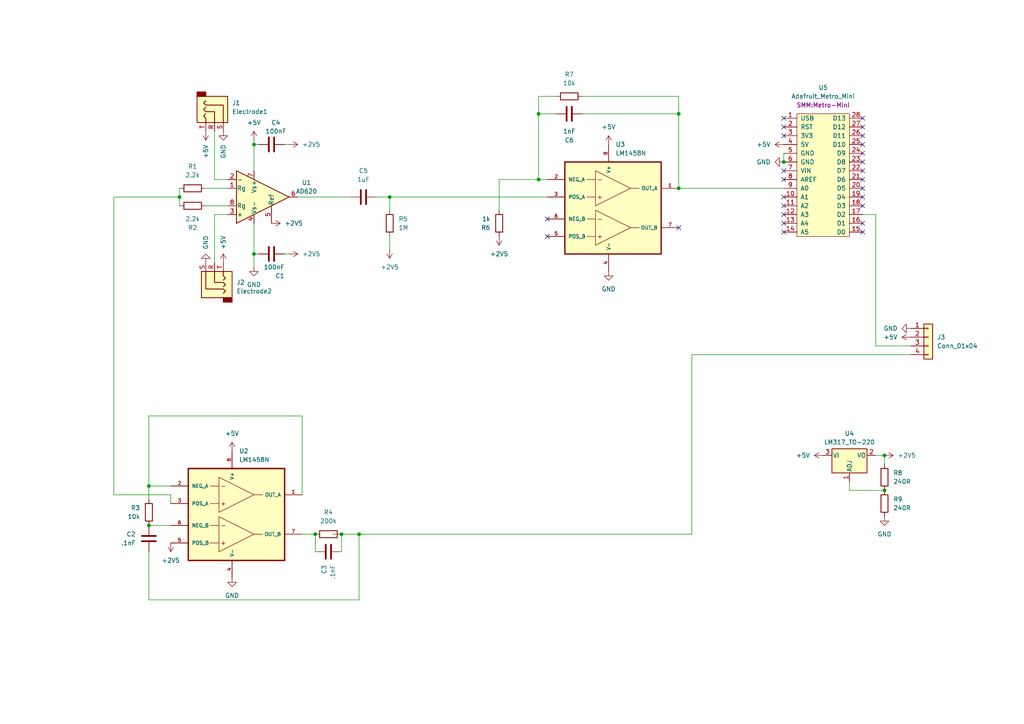
<source format=kicad_sch>
(kicad_sch (version 20230121) (generator eeschema)
  (paper "A4")
  (title_block (title "MyoWand Amplifier") (date "2024-01-08") (rev "0") (company "Science Museum of Minnesota") (comment 1 "Kate Swanson") (comment 2 "   features necessary for a final version (ESD protection, power supply filtering, etc)") (comment 3 "This design is intended for prototype use only! It does not include several "))
  (lib_symbols
    (symbol "Amplifier_Instrumentation:AD620" (pin_names (offset 0.127))
      (property "Reference" "U" (at 3.81 7.62 0))
      (property "Value" "AD620" (at 5.08 5.08 0))
      (symbol "AD620_0_1"
        (polyline (pts (xy -7.62 7.62) (xy -7.62 -7.62) (xy 7.62 0) (xy -7.62 7.62)) (stroke (width 0.254)) (fill (type background)))
      )
      (symbol "AD620_1_1"
        (pin passive line (at -10.16 2.54 0) (length 2.54) (name "Rg") (number "1"))
        (pin input line (at -10.16 5.08 0) (length 2.54) (name "-") (number "2"))
        (pin input line (at -10.16 -5.08 0) (length 2.54) (name "+") (number "3"))
        (pin power_in line (at -2.54 -7.62 90) (length 2.54) (name "Vs-") (number "4"))
        (pin passive line (at 2.54 -7.62 90) (length 5.08) (name "Ref") (number "5"))
        (pin output line (at 10.16 0 180) (length 2.54) (name "~") (number "6"))
        (pin power_in line (at -2.54 7.62 270) (length 2.54) (name "Vs+") (number "7"))
        (pin passive line (at -10.16 -2.54 0) (length 2.54) (name "Rg") (number "8"))
      )
    )
    (symbol "Connector_Audio:AudioJack3"
      (property "Reference" "J" (at 0 8.89 0))
      (property "Value" "AudioJack3" (at 0 6.35 0))
      (symbol "AudioJack3_0_1"
        (rectangle (start -5.08 -5.08) (end -6.35 -2.54) (stroke (width 0.254)) (fill (type outline)))
        (polyline (pts (xy 0 -2.54) (xy 0.635 -3.175) (xy 1.27 -2.54) (xy 2.54 -2.54)) (stroke (width 0.254)))
        (polyline (pts (xy -1.905 -2.54) (xy -1.27 -3.175) (xy -0.635 -2.54) (xy -0.635 0) (xy 2.54 0)) (stroke (width 0.254)))
        (polyline (pts (xy 2.54 2.54) (xy -2.54 2.54) (xy -2.54 -2.54) (xy -3.175 -3.175) (xy -3.81 -2.54)) (stroke (width 0.254)))
        (rectangle (start 2.54 3.81) (end -5.08 -5.08) (stroke (width 0.254)) (fill (type background)))
      )
      (symbol "AudioJack3_1_1"
        (pin passive line (at 5.08 0 180) (length 2.54) (name "~") (number "R"))
        (pin passive line (at 5.08 2.54 180) (length 2.54) (name "~") (number "S"))
        (pin passive line (at 5.08 -2.54 180) (length 2.54) (name "~") (number "T"))
      )
    )
    (symbol "Connector_Generic:Conn_01x04" (pin_names (offset 1.016) hide)
      (property "Reference" "J" (at 0 5.08 0))
      (property "Value" "Conn_01x04" (at 0 -7.62 0))
      (symbol "Conn_01x04_1_1"
        (rectangle (start -1.27 -4.953) (end 0 -5.207) (stroke (width 0.1524)))
        (rectangle (start -1.27 -2.413) (end 0 -2.667) (stroke (width 0.1524)))
        (rectangle (start -1.27 0.127) (end 0 -0.127) (stroke (width 0.1524)))
        (rectangle (start -1.27 2.667) (end 0 2.413) (stroke (width 0.1524)))
        (rectangle (start -1.27 3.81) (end 1.27 -6.35) (stroke (width 0.254)) (fill (type background)))
        (pin passive line (at -5.08 2.54 0) (length 3.81) (name "Pin_1") (number "1"))
        (pin passive line (at -5.08 0 0) (length 3.81) (name "Pin_2") (number "2"))
        (pin passive line (at -5.08 -2.54 0) (length 3.81) (name "Pin_3") (number "3"))
        (pin passive line (at -5.08 -5.08 0) (length 3.81) (name "Pin_4") (number "4"))
      )
    )
    (symbol "Device:C" (pin_numbers hide) (pin_names (offset 0.254))
      (property "Reference" "C" (at 0.635 2.54 0))
      (property "Value" "C" (at 0.635 -2.54 0))
      (symbol "C_0_1"
        (polyline (pts (xy -2.032 -0.762) (xy 2.032 -0.762)) (stroke (width 0.508)))
        (polyline (pts (xy -2.032 0.762) (xy 2.032 0.762)) (stroke (width 0.508)))
      )
      (symbol "C_1_1"
        (pin passive line (at 0 3.81 270) (length 2.794) (name "~") (number "1"))
        (pin passive line (at 0 -3.81 90) (length 2.794) (name "~") (number "2"))
      )
    )
    (symbol "Device:R" (pin_numbers hide) (pin_names (offset 0))
      (property "Reference" "R" (at 2.032 0 90))
      (property "Value" "R" (at 0 0 90))
      (symbol "R_0_1"
        (rectangle (start -1.016 -2.54) (end 1.016 2.54) (stroke (width 0.254)))
      )
      (symbol "R_1_1"
        (pin passive line (at 0 3.81 270) (length 1.27) (name "~") (number "1"))
        (pin passive line (at 0 -3.81 90) (length 1.27) (name "~") (number "2"))
      )
    )
    (symbol "LM1458N:LM1458N" (pin_names (offset 1.016))
      (property "Reference" "U" (at -12.7 15.24 0))
      (property "Value" "LM1458N" (at -12.7 -16.7 0))
      (symbol "LM1458N_0_0"
        (rectangle (start -12.7 13.97) (end 15.24 -12.7) (stroke (width 0.41)) (fill (type background)))
        (pin output line (at 20.32 6.35 180) (length 5.08) (name "OUT_A") (number "1"))
        (pin input line (at -17.78 8.89 0) (length 5.08) (name "NEG_A") (number "2"))
        (pin input line (at -17.78 3.81 0) (length 5.08) (name "POS_A") (number "3"))
        (pin power_in line (at 0 -17.78 90) (length 5.08) (name "V-") (number "4"))
        (pin input line (at -17.78 -7.62 0) (length 5.08) (name "POS_B") (number "5"))
        (pin input line (at -17.78 -2.54 0) (length 5.08) (name "NEG_B") (number "6"))
        (pin output line (at 20.32 -5.08 180) (length 5.08) (name "OUT_B") (number "7"))
        (pin power_in line (at 0 19.05 270) (length 5.08) (name "V+") (number "8"))
      )
      (symbol "LM1458N_0_1"
        (polyline (pts (xy -6.35 -7.62) (xy -3.81 -7.62)))
        (polyline (pts (xy -6.35 -2.54) (xy -3.81 -2.54)))
        (polyline (pts (xy -3.81 3.81) (xy -6.35 3.81)))
        (polyline (pts (xy -3.81 8.89) (xy -6.35 8.89)))
        (polyline (pts (xy 6.35 -5.08) (xy 8.89 -5.08)))
        (polyline (pts (xy 6.35 6.35) (xy 8.89 6.35)))
        (polyline (pts (xy -3.81 0) (xy -3.81 -10.16) (xy 6.35 -5.08) (xy -3.81 0)))
        (polyline (pts (xy -3.81 11.43) (xy -3.81 1.27) (xy 6.35 6.35) (xy -3.81 11.43)))
      )
      (symbol "LM1458N_1_1"
        (text "+" (at -2.54 -7.62 0) (effects (font (size 1.27 1.27))))
        (text "+" (at -2.54 3.81 0) (effects (font (size 1.27 1.27))))
        (text "-" (at -2.54 -2.54 0) (effects (font (size 1.27 1.27))))
        (text "-" (at -2.54 8.89 0) (effects (font (size 1.27 1.27))))
      )
    )
    (symbol "Regulator_Linear:LM317_TO-220" (pin_names (offset 0.254))
      (property "Reference" "U" (at -3.81 3.175 0))
      (property "Value" "LM317_TO-220" (at 0 3.175 0))
      (symbol "LM317_TO-220_0_1"
        (rectangle (start -5.08 1.905) (end 5.08 -5.08) (stroke (width 0.254)) (fill (type background)))
      )
      (symbol "LM317_TO-220_1_1"
        (pin input line (at 0 -7.62 90) (length 2.54) (name "ADJ") (number "1"))
        (pin power_out line (at 7.62 0 180) (length 2.54) (name "VO") (number "2"))
        (pin power_in line (at -7.62 0 0) (length 2.54) (name "VI") (number "3"))
      )
    )
    (symbol "SMM:Adafruit_Metro_Mini" (pin_names (offset 1.016))
      (property "Reference" "U" (at 0 0 0))
      (property "Value" "Adafruit_Metro_Mini" (at 0 16.51 90))
      (property "Footprint" "SMM:Metro-Mini" (at 0 38.1 0))
      (symbol "Adafruit_Metro_Mini_0_1"
        (rectangle (start -7.62 1.27) (end 7.62 36.83) (fill (type background)))
      )
      (symbol "Adafruit_Metro_Mini_1_1"
        (pin bidirectional line (at -11.43 35.56 0) (length 3.81) (name "USB") (number "1"))
        (pin bidirectional line (at -11.43 12.7 0) (length 3.81) (name "A1") (number "10"))
        (pin bidirectional line (at -11.43 10.16 0) (length 3.81) (name "A2") (number "11"))
        (pin bidirectional line (at -11.43 7.62 0) (length 3.81) (name "A3") (number "12"))
        (pin bidirectional line (at -11.43 5.08 0) (length 3.81) (name "A4") (number "13"))
        (pin bidirectional line (at -11.43 2.54 0) (length 3.81) (name "A5") (number "14"))
        (pin bidirectional line (at 11.43 2.54 180) (length 3.81) (name "D0") (number "15"))
        (pin bidirectional line (at 11.43 5.08 180) (length 3.81) (name "D1") (number "16"))
        (pin bidirectional line (at 11.43 7.62 180) (length 3.81) (name "D2") (number "17"))
        (pin bidirectional line (at 11.43 10.16 180) (length 3.81) (name "D3") (number "18"))
        (pin bidirectional line (at 11.43 12.7 180) (length 3.81) (name "D4") (number "19"))
        (pin bidirectional line (at -11.43 33.02 0) (length 3.81) (name "RST") (number "2"))
        (pin bidirectional line (at 11.43 15.24 180) (length 3.81) (name "D5") (number "20"))
        (pin bidirectional line (at 11.43 17.78 180) (length 3.81) (name "D6") (number "21"))
        (pin bidirectional line (at 11.43 20.32 180) (length 3.81) (name "D7") (number "22"))
        (pin bidirectional line (at 11.43 22.86 180) (length 3.81) (name "D8") (number "23"))
        (pin bidirectional line (at 11.43 25.4 180) (length 3.81) (name "D9") (number "24"))
        (pin bidirectional line (at 11.43 27.94 180) (length 3.81) (name "D10") (number "25"))
        (pin bidirectional line (at 11.43 30.48 180) (length 3.81) (name "D11") (number "26"))
        (pin bidirectional line (at 11.43 33.02 180) (length 3.81) (name "D12") (number "27"))
        (pin bidirectional line (at 11.43 35.56 180) (length 3.81) (name "D13") (number "28"))
        (pin power_out line (at -11.43 30.48 0) (length 3.81) (name "3V3") (number "3"))
        (pin power_out line (at -11.43 27.94 0) (length 3.81) (name "5V") (number "4"))
        (pin power_out line (at -11.43 25.4 0) (length 3.81) (name "GND") (number "5"))
        (pin power_out line (at -11.43 22.86 0) (length 3.81) (name "GND") (number "6"))
        (pin power_in line (at -11.43 20.32 0) (length 3.81) (name "VIN") (number "7"))
        (pin input line (at -11.43 17.78 0) (length 3.81) (name "AREF") (number "8"))
        (pin bidirectional line (at -11.43 15.24 0) (length 3.81) (name "A0") (number "9"))
      )
    )
    (symbol "power:+2V5" (power) (pin_names (offset 0))
      (property "Value" "+2V5" (at 0 3.556 0))
      (symbol "+2V5_0_1"
        (polyline (pts (xy -0.762 1.27) (xy 0 2.54)))
        (polyline (pts (xy 0 0) (xy 0 2.54)))
        (polyline (pts (xy 0 2.54) (xy 0.762 1.27)))
      )
      (symbol "+2V5_1_1"
        (pin power_in line (at 0 0 90) (length 0) hide (name "+2V5") (number "1"))
      )
    )
    (symbol "power:+5V" (power) (pin_names (offset 0))
      (property "Value" "+5V" (at 0 3.556 0))
      (symbol "+5V_0_1"
        (polyline (pts (xy -0.762 1.27) (xy 0 2.54)))
        (polyline (pts (xy 0 0) (xy 0 2.54)))
        (polyline (pts (xy 0 2.54) (xy 0.762 1.27)))
      )
      (symbol "+5V_1_1"
        (pin power_in line (at 0 0 90) (length 0) hide (name "+5V") (number "1"))
      )
    )
    (symbol "power:GND" (power) (pin_names (offset 0))
      (property "Value" "GND" (at 0 -3.81 0))
      (symbol "GND_0_1"
        (polyline (pts (xy 0 0) (xy 0 -1.27) (xy 1.27 -1.27) (xy 0 -2.54) (xy -1.27 -1.27) (xy 0 -1.27)))
      )
      (symbol "GND_1_1"
        (pin power_in line (at 0 0 270) (length 0) hide (name "GND") (number "1"))
      )
    )
  )
  (junction (at 91.44 154.94))
  (junction (at 73.66 41.91))
  (junction (at 113.03 57.15))
  (junction (at 104.14 154.94))
  (junction (at 196.85 54.61))
  (junction (at 52.07 57.15))
  (junction (at 99.06 154.94))
  (junction (at 156.21 52.07))
  (junction (at 73.66 73.66))
  (junction (at 156.21 33.02))
  (junction (at 256.54 142.24))
  (junction (at 227.33 46.99))
  (junction (at 43.18 152.4))
  (junction (at 43.18 140.97))
  (junction (at 196.85 33.02))
  (junction (at 256.54 132.08))
  (no_connect (at 250.19 34.29))
  (no_connect (at 196.85 66.04))
  (no_connect (at 227.33 62.23))
  (no_connect (at 227.33 49.53))
  (no_connect (at 250.19 57.15))
  (no_connect (at 158.75 63.5))
  (no_connect (at 227.33 64.77))
  (no_connect (at 250.19 46.99))
  (no_connect (at 158.75 68.58))
  (no_connect (at 227.33 34.29))
  (no_connect (at 250.19 52.07))
  (no_connect (at 250.19 67.31))
  (no_connect (at 250.19 44.45))
  (no_connect (at 227.33 52.07))
  (no_connect (at 250.19 39.37))
  (no_connect (at 227.33 67.31))
  (no_connect (at 227.33 59.69))
  (no_connect (at 250.19 41.91))
  (no_connect (at 227.33 36.83))
  (no_connect (at 250.19 49.53))
  (no_connect (at 250.19 54.61))
  (no_connect (at 250.19 64.77))
  (no_connect (at 227.33 57.15))
  (no_connect (at 250.19 36.83))
  (no_connect (at 227.33 39.37))
  (no_connect (at 250.19 59.69))
  (wire (pts (xy 59.69 59.69) (xy 66.04 59.69)))
  (wire (pts (xy 113.03 57.15) (xy 113.03 60.96)))
  (wire (pts (xy 52.07 57.15) (xy 52.07 59.69)))
  (wire (pts (xy 109.22 57.15) (xy 113.03 57.15)))
  (wire (pts (xy 43.18 160.02) (xy 43.18 173.99)))
  (wire (pts (xy 200.66 154.94) (xy 200.66 102.87)))
  (wire (pts (xy 74.93 73.66) (xy 73.66 73.66)))
  (wire (pts (xy 91.44 154.94) (xy 87.63 154.94)))
  (wire (pts (xy 168.91 27.94) (xy 196.85 27.94)))
  (wire (pts (xy 196.85 33.02) (xy 196.85 27.94)))
  (wire (pts (xy 113.03 57.15) (xy 158.75 57.15)))
  (wire (pts (xy 33.02 143.51) (xy 49.53 143.51)))
  (wire (pts (xy 104.14 154.94) (xy 99.06 154.94)))
  (wire (pts (xy 227.33 46.99) (xy 227.33 44.45)))
  (wire (pts (xy 156.21 27.94) (xy 161.29 27.94)))
  (wire (pts (xy 200.66 102.87) (xy 264.16 102.87)))
  (wire (pts (xy 144.78 52.07) (xy 156.21 52.07)))
  (wire (pts (xy 254 100.33) (xy 254 62.23)))
  (wire (pts (xy 73.66 64.77) (xy 73.66 73.66)))
  (wire (pts (xy 59.69 54.61) (xy 66.04 54.61)))
  (wire (pts (xy 156.21 52.07) (xy 158.75 52.07)))
  (wire (pts (xy 73.66 73.66) (xy 73.66 77.47)))
  (wire (pts (xy 113.03 72.39) (xy 113.03 68.58)))
  (wire (pts (xy 82.55 73.66) (xy 83.82 73.66)))
  (wire (pts (xy 49.53 146.05) (xy 49.53 143.51)))
  (wire (pts (xy 62.23 38.1) (xy 62.23 52.07)))
  (wire (pts (xy 156.21 33.02) (xy 156.21 27.94)))
  (wire (pts (xy 144.78 52.07) (xy 144.78 60.96)))
  (wire (pts (xy 62.23 52.07) (xy 66.04 52.07)))
  (wire (pts (xy 87.63 120.65) (xy 43.18 120.65)))
  (wire (pts (xy 43.18 140.97) (xy 43.18 144.78)))
  (wire (pts (xy 196.85 33.02) (xy 196.85 54.61)))
  (wire (pts (xy 43.18 120.65) (xy 43.18 140.97)))
  (wire (pts (xy 246.38 142.24) (xy 256.54 142.24)))
  (wire (pts (xy 52.07 54.61) (xy 52.07 57.15)))
  (wire (pts (xy 62.23 62.23) (xy 66.04 62.23)))
  (wire (pts (xy 43.18 140.97) (xy 49.53 140.97)))
  (wire (pts (xy 62.23 62.23) (xy 62.23 76.2)))
  (wire (pts (xy 256.54 132.08) (xy 256.54 134.62)))
  (wire (pts (xy 156.21 33.02) (xy 161.29 33.02)))
  (wire (pts (xy 33.02 57.15) (xy 52.07 57.15)))
  (wire (pts (xy 168.91 33.02) (xy 196.85 33.02)))
  (wire (pts (xy 33.02 143.51) (xy 33.02 57.15)))
  (wire (pts (xy 74.93 41.91) (xy 73.66 41.91)))
  (wire (pts (xy 43.18 173.99) (xy 104.14 173.99)))
  (wire (pts (xy 246.38 139.7) (xy 246.38 142.24)))
  (wire (pts (xy 91.44 154.94) (xy 91.44 160.02)))
  (wire (pts (xy 254 62.23) (xy 250.19 62.23)))
  (wire (pts (xy 99.06 154.94) (xy 99.06 160.02)))
  (wire (pts (xy 156.21 33.02) (xy 156.21 52.07)))
  (wire (pts (xy 43.18 152.4) (xy 49.53 152.4)))
  (wire (pts (xy 254 132.08) (xy 256.54 132.08)))
  (wire (pts (xy 73.66 41.91) (xy 73.66 49.53)))
  (wire (pts (xy 104.14 173.99) (xy 104.14 154.94)))
  (wire (pts (xy 87.63 143.51) (xy 87.63 120.65)))
  (wire (pts (xy 86.36 57.15) (xy 101.6 57.15)))
  (wire (pts (xy 82.55 41.91) (xy 83.82 41.91)))
  (wire (pts (xy 196.85 54.61) (xy 227.33 54.61)))
  (wire (pts (xy 264.16 100.33) (xy 254 100.33)))
  (wire (pts (xy 73.66 40.64) (xy 73.66 41.91)))
  (wire (pts (xy 104.14 154.94) (xy 200.66 154.94)))
  (wire (pts (xy 99.06 154.94) (xy 96.52 154.94)))
  (symbol (lib_id "SMM:Adafruit_Metro_Mini") (at 238.76 69.85 0) (unit 1)
    (property "Reference" "U5" (at 238.76 25.4 0))
    (property "Value" "Adafruit_Metro_Mini" (at 238.76 27.94 0))
    (property "Footprint" "SMM:Metro-Mini" (at 238.76 30.48 0))
  )
  (symbol (lib_id "power:GND") (at 176.53 78.74 0) (unit 1)
    (property "Reference" "#PWR016" (effects hide))
    (property "Value" "GND" (at 176.53 83.82 0))
  )
  (symbol (lib_id "power:GND") (at 64.77 38.1 0) (unit 1)
    (property "Reference" "#PWR05" (effects hide))
    (property "Value" "GND" (at 64.77 41.91 90) (effects (justify right)))
  )
  (symbol (lib_id "power:+5V") (at 176.53 41.91 0) (unit 1)
    (property "Reference" "#PWR015" (effects hide))
    (property "Value" "+5V" (at 176.53 36.83 0))
  )
  (symbol (lib_id "LM1458N:LM1458N") (at 176.53 60.96 0) (unit 1)
    (property "Reference" "U3" (at 178.5494 41.91 0) (effects (justify left)))
    (property "Value" "LM1458N" (at 178.5494 44.45 0) (effects (justify left)))
    (property "Footprint" "Package_DIP:DIP-8_W7.62mm_Socket" (effects hide))
    (property "MF" "Texas Instruments" (effects hide))
    (property "Description" "\nDual, 36-V, 1-MHz operational amplifier with 0°C to 70°C operation\n" (effects hide))
    (property "Package" "PDIP-8 Texas" (effects hide))
    (property "Price" "None" (effects hide))
    (property "SnapEDA_Link" "https://www.snapeda.com/parts/LM1458N/NOPB/Texas+Instruments/view-part/?ref=snap" (effects hide))
    (property "MP" "LM1458N/NOPB" (effects hide))
    (property "Purchase-URL" "https://www.snapeda.com/api/url_track_click_mouser/?unipart_id=30631&manufacturer=Texas Instruments&part_name=LM1458N/NOPB&search_term=None" (effects hide))
    (property "Availability" "In Stock" (effects hide))
    (property "Check_prices" "https://www.snapeda.com/parts/LM1458N/NOPB/Texas+Instruments/view-part/?ref=eda" (effects hide))
  )
  (symbol (lib_id "Connector_Generic:Conn_01x04") (at 269.24 97.79 0) (unit 1)
    (property "Reference" "J3" (at 271.78 97.79 0) (effects (justify left)))
    (property "Value" "Conn_01x04" (at 271.78 100.33 0) (effects (justify left)))
    (property "Footprint" "SMM:KK-1x04" (effects hide))
  )
  (symbol (lib_id "Amplifier_Instrumentation:AD620") (at 76.2 57.15 0) (unit 1)
    (property "Reference" "U1" (at 88.9 52.9591 0))
    (property "Value" "AD620" (at 88.9 55.4991 0))
    (property "Footprint" "Package_DIP:DIP-8_W7.62mm_Socket" (effects hide))
    (property "Datasheet" "https://www.analog.com/media/en/technical-documentation/data-sheets/AD620.pdf" (effects hide))
  )
  (symbol (lib_id "power:+5V") (at 59.69 38.1 180) (unit 1)
    (property "Reference" "#PWR04" (effects hide))
    (property "Value" "+5V" (at 59.69 41.91 90) (effects (justify left)))
  )
  (symbol (lib_id "Regulator_Linear:LM317_TO-220") (at 246.38 132.08 0) (unit 1)
    (property "Reference" "U4" (at 246.38 125.73 0))
    (property "Value" "LM317_TO-220" (at 246.38 128.27 0))
    (property "Footprint" "Package_TO_SOT_THT:TO-220-3_Vertical" (effects hide))
    (property "Datasheet" "http://www.ti.com/lit/ds/symlink/lm317.pdf" (effects hide))
  )
  (symbol (lib_id "Device:R") (at 144.78 64.77 180) (unit 1)
    (property "Reference" "R6" (at 142.24 66.04 0) (effects (justify left)))
    (property "Value" "1k" (at 142.24 63.5 0) (effects (justify left)))
    (property "Footprint" "SMM:Resistor_L6.3mm_D2.5mm_P10.16mm_Horizontal" (effects hide))
  )
  (symbol (lib_id "power:+2V5") (at 144.78 68.58 180) (unit 1)
    (property "Reference" "#PWR014" (effects hide))
    (property "Value" "+2V5" (at 144.78 73.66 0))
  )
  (symbol (lib_id "Device:R") (at 55.88 59.69 90) (unit 1)
    (property "Reference" "R2" (at 55.88 66.04 90))
    (property "Value" "2.2k" (at 55.88 63.5 90))
    (property "Footprint" "SMM:Resistor_L6.3mm_D2.5mm_P10.16mm_Horizontal" (effects hide))
  )
  (symbol (lib_id "Device:C") (at 78.74 73.66 270) (mirror x) (unit 1)
    (property "Reference" "C1" (at 82.55 80.01 90) (effects (justify right)))
    (property "Value" "100nF" (at 82.55 77.47 90) (effects (justify right)))
    (property "Footprint" "Capacitor_THT:C_Disc_D8.0mm_W2.5mm_P5.00mm" (effects hide))
  )
  (symbol (lib_id "Device:R") (at 256.54 138.43 0) (unit 1)
    (property "Reference" "R8" (at 259.08 137.16 0) (effects (justify left)))
    (property "Value" "240R" (at 259.08 139.7 0) (effects (justify left)))
    (property "Footprint" "SMM:Resistor_L6.3mm_D2.5mm_P10.16mm_Horizontal" (effects hide))
  )
  (symbol (lib_id "power:GND") (at 73.66 77.47 0) (unit 1)
    (property "Reference" "#PWR01" (effects hide))
    (property "Value" "GND" (at 73.66 82.55 0))
  )
  (symbol (lib_id "power:+5V") (at 73.66 40.64 0) (unit 1)
    (property "Reference" "#PWR02" (effects hide))
    (property "Value" "+5V" (at 73.66 35.56 0))
  )
  (symbol (lib_id "power:GND") (at 264.16 95.25 270) (unit 1)
    (property "Reference" "#PWR022" (effects hide))
    (property "Value" "GND" (at 260.35 95.25 90) (effects (justify right)))
  )
  (symbol (lib_id "Device:R") (at 256.54 146.05 0) (unit 1)
    (property "Reference" "R9" (at 259.08 144.78 0) (effects (justify left)))
    (property "Value" "240R" (at 259.08 147.32 0) (effects (justify left)))
    (property "Footprint" "SMM:Resistor_L6.3mm_D2.5mm_P10.16mm_Horizontal" (effects hide))
  )
  (symbol (lib_id "Device:R") (at 43.18 148.59 0) (unit 1)
    (property "Reference" "R3" (at 40.64 147.32 0) (effects (justify right)))
    (property "Value" "10k" (at 40.64 149.86 0) (effects (justify right)))
    (property "Footprint" "SMM:Resistor_L6.3mm_D2.5mm_P10.16mm_Horizontal" (effects hide))
  )
  (symbol (lib_id "power:+2V5") (at 113.03 72.39 180) (unit 1)
    (property "Reference" "#PWR013" (effects hide))
    (property "Value" "+2V5" (at 113.03 77.47 0))
  )
  (symbol (lib_id "Connector_Audio:AudioJack3") (at 62.23 33.02 270) (unit 1)
    (property "Reference" "J1" (at 67.31 29.845 90) (effects (justify left)))
    (property "Value" "Electrode1" (at 67.31 32.385 90) (effects (justify left)))
    (property "Footprint" "Connector_Audio:Jack_3.5mm_CUI_SJ1-3523N_Horizontal" (effects hide))
  )
  (symbol (lib_id "Device:R") (at 55.88 54.61 90) (unit 1)
    (property "Reference" "R1" (at 55.88 48.26 90))
    (property "Value" "2.2k" (at 55.88 50.8 90))
    (property "Footprint" "SMM:Resistor_L6.3mm_D2.5mm_P10.16mm_Horizontal" (effects hide))
  )
  (symbol (lib_id "Device:R") (at 165.1 27.94 90) (unit 1)
    (property "Reference" "R7" (at 165.1 21.59 90))
    (property "Value" "10k" (at 165.1 24.13 90))
    (property "Footprint" "SMM:Resistor_L6.3mm_D2.5mm_P10.16mm_Horizontal" (effects hide))
  )
  (symbol (lib_id "power:+5V") (at 227.33 41.91 90) (unit 1)
    (property "Reference" "#PWR020" (effects hide))
    (property "Value" "+5V" (at 223.52 41.91 90) (effects (justify left)))
  )
  (symbol (lib_id "LM1458N:LM1458N") (at 67.31 149.86 0) (unit 1)
    (property "Reference" "U2" (at 69.3294 130.81 0) (effects (justify left)))
    (property "Value" "LM1458N" (at 69.3294 133.35 0) (effects (justify left)))
    (property "Footprint" "Package_DIP:DIP-8_W7.62mm_Socket" (effects hide))
    (property "MF" "Texas Instruments" (effects hide))
    (property "Description" "\nDual, 36-V, 1-MHz operational amplifier with 0°C to 70°C operation\n" (effects hide))
    (property "Package" "PDIP-8 Texas" (effects hide))
    (property "Price" "None" (effects hide))
    (property "SnapEDA_Link" "https://www.snapeda.com/parts/LM1458N/NOPB/Texas+Instruments/view-part/?ref=snap" (effects hide))
    (property "MP" "LM1458N/NOPB" (effects hide))
    (property "Purchase-URL" "https://www.snapeda.com/api/url_track_click_mouser/?unipart_id=30631&manufacturer=Texas Instruments&part_name=LM1458N/NOPB&search_term=None" (effects hide))
    (property "Availability" "In Stock" (effects hide))
    (property "Check_prices" "https://www.snapeda.com/parts/LM1458N/NOPB/Texas+Instruments/view-part/?ref=eda" (effects hide))
  )
  (symbol (lib_id "Device:C") (at 43.18 156.21 0) (mirror y) (unit 1)
    (property "Reference" "C2" (at 39.37 154.94 0) (effects (justify left)))
    (property "Value" ".1nF" (at 39.37 157.48 0) (effects (justify left)))
    (property "Footprint" "Capacitor_THT:C_Disc_D8.0mm_W2.5mm_P5.00mm" (effects hide))
  )
  (symbol (lib_id "power:+5V") (at 64.77 76.2 0) (unit 1)
    (property "Reference" "#PWR06" (effects hide))
    (property "Value" "+5V" (at 64.77 72.39 90) (effects (justify left)))
  )
  (symbol (lib_id "power:GND") (at 256.54 149.86 0) (unit 1)
    (property "Reference" "#PWR018" (effects hide))
    (property "Value" "GND" (at 256.54 154.94 0))
  )
  (symbol (lib_id "Device:C") (at 95.25 160.02 90) (mirror x) (unit 1)
    (property "Reference" "C3" (at 93.98 163.83 0) (effects (justify left)))
    (property "Value" ".1nF" (at 96.52 163.83 0) (effects (justify left)))
    (property "Footprint" "Capacitor_THT:C_Disc_D8.0mm_W2.5mm_P5.00mm" (effects hide))
  )
  (symbol (lib_id "power:+5V") (at 238.76 132.08 90) (unit 1)
    (property "Reference" "#PWR017" (effects hide))
    (property "Value" "+5V" (at 234.95 132.08 90) (effects (justify left)))
  )
  (symbol (lib_id "power:+5V") (at 67.31 130.81 0) (unit 1)
    (property "Reference" "#PWR09" (effects hide))
    (property "Value" "+5V" (at 67.31 125.73 0))
  )
  (symbol (lib_id "power:+2V5") (at 78.74 64.77 270) (unit 1)
    (property "Reference" "#PWR03" (effects hide))
    (property "Value" "+2V5" (at 82.55 64.77 90) (effects (justify left)))
  )
  (symbol (lib_id "Device:R") (at 113.03 64.77 0) (unit 1)
    (property "Reference" "R5" (at 115.57 63.5 0) (effects (justify left)))
    (property "Value" "1M" (at 115.57 66.04 0) (effects (justify left)))
    (property "Footprint" "SMM:Resistor_L6.3mm_D2.5mm_P10.16mm_Horizontal" (effects hide))
  )
  (symbol (lib_id "Device:C") (at 105.41 57.15 90) (unit 1)
    (property "Reference" "C5" (at 105.41 49.53 90))
    (property "Value" "1uF" (at 105.41 52.07 90))
    (property "Footprint" "Capacitor_THT:C_Disc_D8.0mm_W2.5mm_P5.00mm" (effects hide))
  )
  (symbol (lib_id "power:+2V5") (at 83.82 73.66 270) (unit 1)
    (property "Reference" "#PWR012" (effects hide))
    (property "Value" "+2V5" (at 87.63 73.66 90) (effects (justify left)))
  )
  (symbol (lib_id "Device:C") (at 78.74 41.91 90) (unit 1)
    (property "Reference" "C4" (at 80.01 35.56 90))
    (property "Value" "100nF" (at 80.01 38.1 90))
    (property "Footprint" "Capacitor_THT:C_Disc_D8.0mm_W2.5mm_P5.00mm" (effects hide))
  )
  (symbol (lib_id "power:+2V5") (at 83.82 41.91 270) (unit 1)
    (property "Reference" "#PWR011" (effects hide))
    (property "Value" "+2V5" (at 87.63 41.91 90) (effects (justify left)))
  )
  (symbol (lib_id "power:+2V5") (at 256.54 132.08 270) (unit 1)
    (property "Reference" "#PWR023" (effects hide))
    (property "Value" "+2V5" (at 260.35 132.08 90) (effects (justify left)))
  )
  (symbol (lib_id "Connector_Audio:AudioJack3") (at 62.23 81.28 90) (unit 1)
    (property "Reference" "J2" (at 68.58 81.915 90) (effects (justify right)))
    (property "Value" "Electrode2" (at 68.58 84.455 90) (effects (justify right)))
    (property "Footprint" "Connector_Audio:Jack_3.5mm_CUI_SJ1-3523N_Horizontal" (effects hide))
  )
  (symbol (lib_id "power:GND") (at 67.31 167.64 0) (unit 1)
    (property "Reference" "#PWR08" (effects hide))
    (property "Value" "GND" (at 67.31 172.72 0))
  )
  (symbol (lib_id "power:GND") (at 227.33 46.99 270) (unit 1)
    (property "Reference" "#PWR019" (effects hide))
    (property "Value" "GND" (at 223.52 46.99 90) (effects (justify right)))
  )
  (symbol (lib_id "power:+2V5") (at 49.53 157.48 180) (unit 1)
    (property "Reference" "#PWR010" (effects hide))
    (property "Value" "+2V5" (at 49.53 162.56 0))
  )
  (symbol (lib_id "Device:C") (at 165.1 33.02 90) (mirror x) (unit 1)
    (property "Reference" "C6" (at 165.1 40.64 90))
    (property "Value" "1nF" (at 165.1 38.1 90))
    (property "Footprint" "Capacitor_THT:C_Disc_D8.0mm_W2.5mm_P5.00mm" (effects hide))
  )
  (symbol (lib_id "power:+5V") (at 264.16 97.79 90) (unit 1)
    (property "Reference" "#PWR021" (effects hide))
    (property "Value" "+5V" (at 260.35 97.79 90) (effects (justify left)))
  )
  (symbol (lib_id "Device:R") (at 95.25 154.94 90) (unit 1)
    (property "Reference" "R4" (at 95.25 148.59 90))
    (property "Value" "200k" (at 95.25 151.13 90))
    (property "Footprint" "SMM:Resistor_L6.3mm_D2.5mm_P10.16mm_Horizontal" (effects hide))
  )
  (symbol (lib_id "power:GND") (at 59.69 76.2 180) (unit 1)
    (property "Reference" "#PWR07" (effects hide))
    (property "Value" "GND" (at 59.69 72.39 90) (effects (justify right)))
  )
)
</source>
